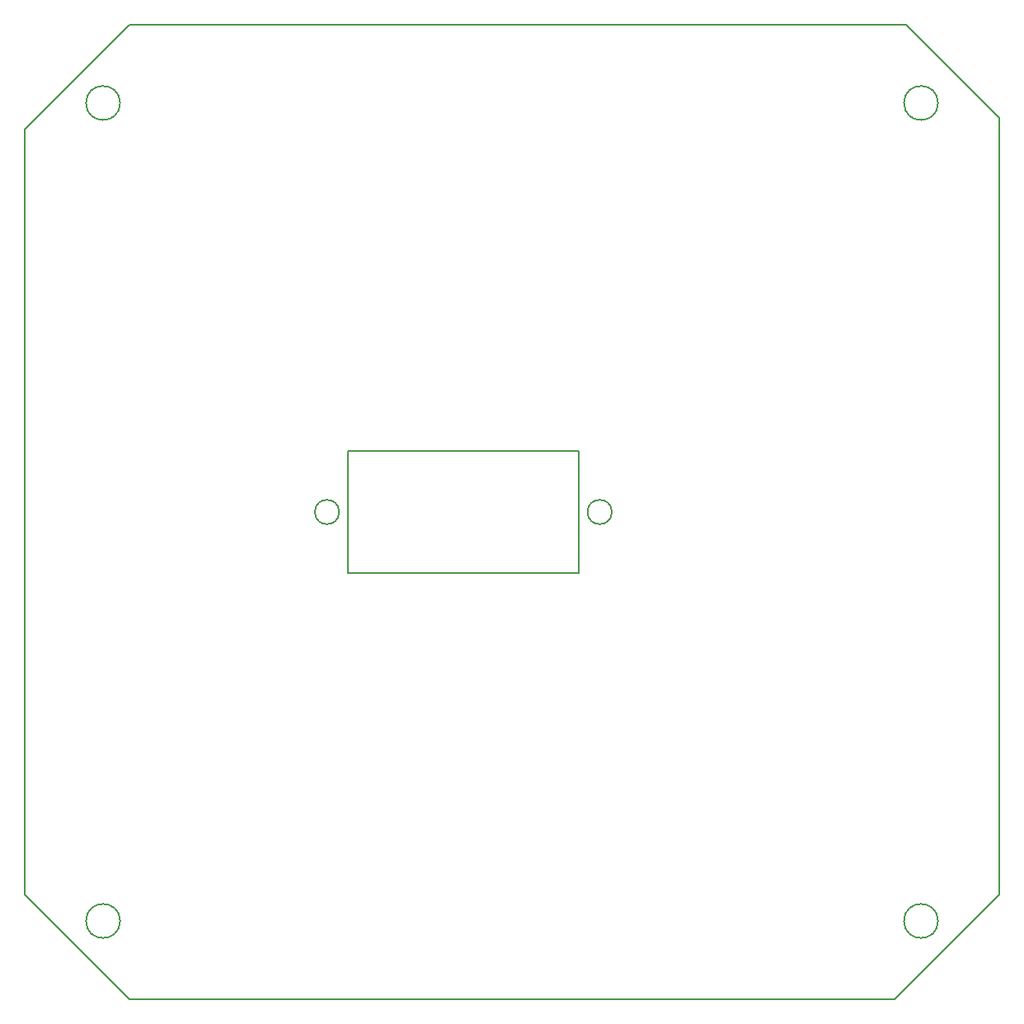
<source format=gbr>
G04 #@! TF.FileFunction,Profile,NP*
%FSLAX46Y46*%
G04 Gerber Fmt 4.6, Leading zero omitted, Abs format (unit mm)*
G04 Created by KiCad (PCBNEW 4.0.7) date 01/01/18 19:06:04*
%MOMM*%
%LPD*%
G01*
G04 APERTURE LIST*
%ADD10C,0.100000*%
%ADD11C,0.150000*%
G04 APERTURE END LIST*
D10*
D11*
X139250000Y-150000000D02*
X60750000Y-150000000D01*
X83125000Y-93750000D02*
X106875000Y-93750000D01*
X83125000Y-106250000D02*
X106875000Y-106250000D01*
X110250000Y-100000000D02*
G75*
G03X110250000Y-100000000I-1250000J0D01*
G01*
X82250000Y-100000000D02*
G75*
G03X82250000Y-100000000I-1250000J0D01*
G01*
X83125000Y-106250000D02*
X83125000Y-93750000D01*
X106875000Y-93750000D02*
X106875000Y-106250000D01*
X143750000Y-58000000D02*
G75*
G03X143750000Y-58000000I-1750000J0D01*
G01*
X60750000Y-50000000D02*
X61000000Y-50000000D01*
X50000000Y-60750000D02*
X60750000Y-50000000D01*
X59750000Y-58000000D02*
G75*
G03X59750000Y-58000000I-1750000J0D01*
G01*
X150000000Y-59500000D02*
X150000000Y-60750000D01*
X140500000Y-50000000D02*
X150000000Y-59500000D01*
X139250000Y-50000000D02*
X140500000Y-50000000D01*
X143750000Y-142000000D02*
G75*
G03X143750000Y-142000000I-1750000J0D01*
G01*
X59750000Y-142000000D02*
G75*
G03X59750000Y-142000000I-1750000J0D01*
G01*
X150000000Y-139250000D02*
X139250000Y-150000000D01*
X150000000Y-60750000D02*
X150000000Y-139250000D01*
X60750000Y-50000000D02*
X139250000Y-50000000D01*
X50000000Y-139250000D02*
X50000000Y-60750000D01*
X60750000Y-150000000D02*
X50000000Y-139250000D01*
M02*

</source>
